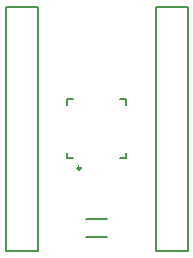
<source format=gbr>
%TF.GenerationSoftware,Altium Limited,Altium Designer,20.1.11 (218)*%
G04 Layer_Color=65535*
%FSLAX45Y45*%
%MOMM*%
%TF.SameCoordinates,8684D80F-3192-4470-AB3D-773AF577FA96*%
%TF.FilePolarity,Positive*%
%TF.FileFunction,Legend,Top*%
%TF.Part,Single*%
G01*
G75*
%TA.AperFunction,NonConductor*%
%ADD30C,0.25000*%
%ADD31C,0.20000*%
D30*
X624500Y682893D02*
G03*
X624500Y682893I-12500J0D01*
G01*
D31*
X-7500Y-15000D02*
X261500D01*
Y2047000D01*
X-7500D02*
X261500D01*
X-7500Y-15000D02*
Y2047000D01*
X512000Y766000D02*
X562000D01*
X512000D02*
Y816000D01*
X962000Y766000D02*
X1012000D01*
Y816000D01*
X512000Y1266000D02*
X562000D01*
X512000Y1216000D02*
Y1266000D01*
X962000D02*
X1012000D01*
Y1216000D02*
Y1266000D01*
X672000Y252800D02*
X852000D01*
X672000Y102800D02*
X852000D01*
X1262500Y-15000D02*
X1531500D01*
Y2047000D01*
X1262500D02*
X1531500D01*
X1262500Y-15000D02*
Y2047000D01*
%TF.MD5,281210160e9bb9ca896bf7cf38405c8c*%
M02*

</source>
